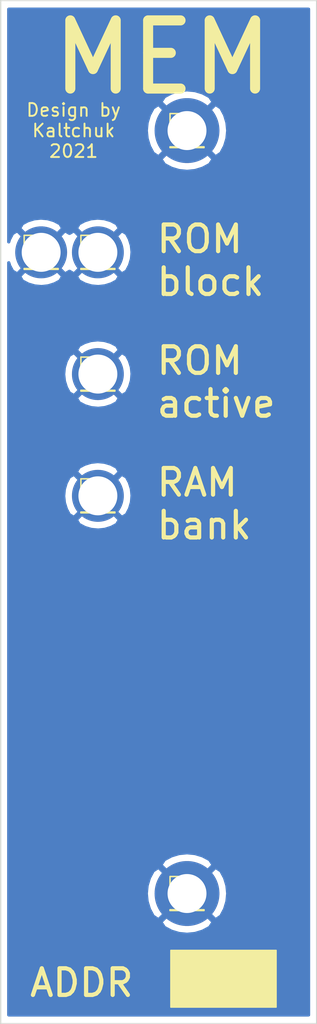
<source format=kicad_pcb>
(kicad_pcb (version 20211014) (generator pcbnew)
  (layers (0 "F.Cu" signal) (31 "B.Cu" signal) (34 "B.Paste" user) (35 "F.Paste" user) (36 "B.SilkS" user "B.Silkscreen") (37 "F.SilkS" user "F.Silkscreen") (38 "B.Mask" user) (39 "F.Mask" user) (44 "Edge.Cuts" user))
  (net 0 "")
  (footprint "Connector_PinHeader_2.54mm:PinHeader_1x01_P2.54mm_Vertical" (layer "F.Cu") (at 129.921 76.835)
    (fp_text reference "J10" hide)
    (fp_text value "led" hide)
    (fp_line (start -1.33 1.27) (end 1.33 1.27) (layer "F.SilkS") (width 0.12))
    (fp_line (start -1.33 1.27) (end -1.33 1.33) (layer "F.SilkS") (width 0.12))
    (fp_line (start -1.33 1.33) (end 1.33 1.33) (layer "F.SilkS") (width 0.12))
    (fp_line (start -1.33 0) (end -1.33 -1.33) (layer "F.SilkS") (width 0.12))
    (fp_line (start -1.33 -1.33) (end 0 -1.33) (layer "F.SilkS") (width 0.12))
    (fp_line (start 1.33 1.27) (end 1.33 1.33) (layer "F.SilkS") (width 0.12))
    (pad "1" thru_hole circle locked (at 0 0) (size 4.064 4.064) (drill 3.048) (layers *.Cu *.Mask))
  )
  (footprint "Connector_PinHeader_2.54mm:PinHeader_1x01_P2.54mm_Vertical" (layer "F.Cu") (at 141.351 127)
    (fp_text reference "J4" hide)
    (fp_text value "fixing bolt" hide)
    (fp_line (start -1.33 0) (end -1.33 -1.33) (layer "F.SilkS") (width 0.12))
    (fp_line (start -1.33 1.33) (end 1.33 1.33) (layer "F.SilkS") (width 0.12))
    (fp_line (start -1.33 -1.33) (end 0 -1.33) (layer "F.SilkS") (width 0.12))
    (fp_line (start 1.33 1.27) (end 1.33 1.33) (layer "F.SilkS") (width 0.12))
    (fp_line (start -1.33 1.27) (end 1.33 1.27) (layer "F.SilkS") (width 0.12))
    (fp_line (start -1.33 1.27) (end -1.33 1.33) (layer "F.SilkS") (width 0.12))
    (pad "1" thru_hole circle locked (at 0 0) (size 5.08 5.08) (drill 3.048) (layers *.Cu *.Mask))
  )
  (footprint "Connector_PinHeader_2.54mm:PinHeader_1x01_P2.54mm_Vertical" (layer "F.Cu") (at 141.351 67.31)
    (fp_text reference "J3" hide)
    (fp_text value "fixing bolt" hide)
    (fp_line (start -1.33 0) (end -1.33 -1.33) (layer "F.SilkS") (width 0.12))
    (fp_line (start -1.33 1.33) (end 1.33 1.33) (layer "F.SilkS") (width 0.12))
    (fp_line (start -1.33 1.27) (end -1.33 1.33) (layer "F.SilkS") (width 0.12))
    (fp_line (start -1.33 -1.33) (end 0 -1.33) (layer "F.SilkS") (width 0.12))
    (fp_line (start 1.33 1.27) (end 1.33 1.33) (layer "F.SilkS") (width 0.12))
    (fp_line (start -1.33 1.27) (end 1.33 1.27) (layer "F.SilkS") (width 0.12))
    (pad "1" thru_hole circle locked (at 0 0) (size 5.08 5.08) (drill 3.048) (layers *.Cu *.Mask))
  )
  (footprint "Connector_PinHeader_2.54mm:PinHeader_1x01_P2.54mm_Vertical" (layer "F.Cu") (at 134.366 86.36)
    (fp_text reference "J12" hide)
    (fp_text value "led" hide)
    (fp_line (start -1.33 -1.33) (end 0 -1.33) (layer "F.SilkS") (width 0.12))
    (fp_line (start -1.33 1.27) (end 1.33 1.27) (layer "F.SilkS") (width 0.12))
    (fp_line (start -1.33 1.33) (end 1.33 1.33) (layer "F.SilkS") (width 0.12))
    (fp_line (start 1.33 1.27) (end 1.33 1.33) (layer "F.SilkS") (width 0.12))
    (fp_line (start -1.33 0) (end -1.33 -1.33) (layer "F.SilkS") (width 0.12))
    (fp_line (start -1.33 1.27) (end -1.33 1.33) (layer "F.SilkS") (width 0.12))
    (pad "1" thru_hole circle locked (at 0 0) (size 4.064 4.064) (drill 3.048) (layers *.Cu *.Mask))
  )
  (footprint "Connector_PinHeader_2.54mm:PinHeader_1x01_P2.54mm_Vertical" (layer "F.Cu") (at 134.366 95.885)
    (fp_text reference "J13" hide)
    (fp_text value "led" hide)
    (fp_line (start -1.33 0) (end -1.33 -1.33) (layer "F.SilkS") (width 0.12))
    (fp_line (start 1.33 1.27) (end 1.33 1.33) (layer "F.SilkS") (width 0.12))
    (fp_line (start -1.33 1.27) (end 1.33 1.27) (layer "F.SilkS") (width 0.12))
    (fp_line (start -1.33 -1.33) (end 0 -1.33) (layer "F.SilkS") (width 0.12))
    (fp_line (start -1.33 1.33) (end 1.33 1.33) (layer "F.SilkS") (width 0.12))
    (fp_line (start -1.33 1.27) (end -1.33 1.33) (layer "F.SilkS") (width 0.12))
    (pad "1" thru_hole circle locked (at 0 0) (size 4.064 4.064) (drill 3.048) (layers *.Cu *.Mask))
  )
  (footprint "Connector_PinHeader_2.54mm:PinHeader_1x01_P2.54mm_Vertical" (layer "F.Cu") (at 134.366 76.835)
    (fp_text reference "J11" hide)
    (fp_text value "led" hide)
    (fp_line (start -1.33 1.27) (end -1.33 1.33) (layer "F.SilkS") (width 0.12))
    (fp_line (start -1.33 -1.33) (end 0 -1.33) (layer "F.SilkS") (width 0.12))
    (fp_line (start -1.33 1.33) (end 1.33 1.33) (layer "F.SilkS") (width 0.12))
    (fp_line (start 1.33 1.27) (end 1.33 1.33) (layer "F.SilkS") (width 0.12))
    (fp_line (start -1.33 1.27) (end 1.33 1.27) (layer "F.SilkS") (width 0.12))
    (fp_line (start -1.33 0) (end -1.33 -1.33) (layer "F.SilkS") (width 0.12))
    (pad "1" thru_hole circle locked (at 0 0) (size 4.064 4.064) (drill 3.048) (layers *.Cu *.Mask))
  )
  (gr_poly (pts (xy 148.336 135.89) (xy 140.081 135.89) (xy 140.081 131.445) (xy 148.336 131.445)) (layer "F.SilkS") (width 0.1) (fill solid))
  (gr_line (start 126.746 137.16) (end 151.511 137.16) (layer "Edge.Cuts") (width 0.05))
  (gr_line (start 126.746 57.15) (end 126.746 137.16) (layer "Edge.Cuts") (width 0.1))
  (gr_line (start 126.746 57.15) (end 151.511 57.15) (layer "Edge.Cuts") (width 0.05))
  (gr_line (start 151.511 57.15) (end 151.511 137.16) (layer "Edge.Cuts") (width 0.1))
  (gr_text "Design by\nKaltchuk\n2021" (at 132.461 67.31) (layer "F.SilkS") (effects (font (size 1 1))))
  (gr_text "RAM\nbank" (at 138.811 96.52) (layer "F.SilkS") (effects (font (size 2.0828 2.0828) (thickness 0.3302)) (justify left)))
  (gr_text "ADDR" (at 133.096 133.985) (layer "F.SilkS") (effects (font (size 2.0828 2.0828) (thickness 0.3302))))
  (gr_text "ROM\nblock" (at 138.811 77.47) (layer "F.SilkS") (effects (font (size 2.0828 2.0828) (thickness 0.3302)) (justify left)))
  (gr_text "ROM\nactive" (at 138.811 86.995) (layer "F.SilkS") (effects (font (size 2.0828 2.0828) (thickness 0.3302)) (justify left)))
  (gr_text "MEM" (at 139.446 61.595) (layer "F.SilkS") (effects (font (size 5.334 5.334) (thickness 0.7874))))
  (zone (net 0) (net_name "") (layer "B.Cu") (connect_pads (clearance 0.508)) (min_thickness 0.254) (fill yes (thermal_gap 0.508) (thermal_bridge_width 0.508))
    (polygon (pts (xy 127.254 57.15) (xy 151.003 57.15) (xy 151.003 137.16) (xy 127.254 137.16)))
  )
)
</source>
